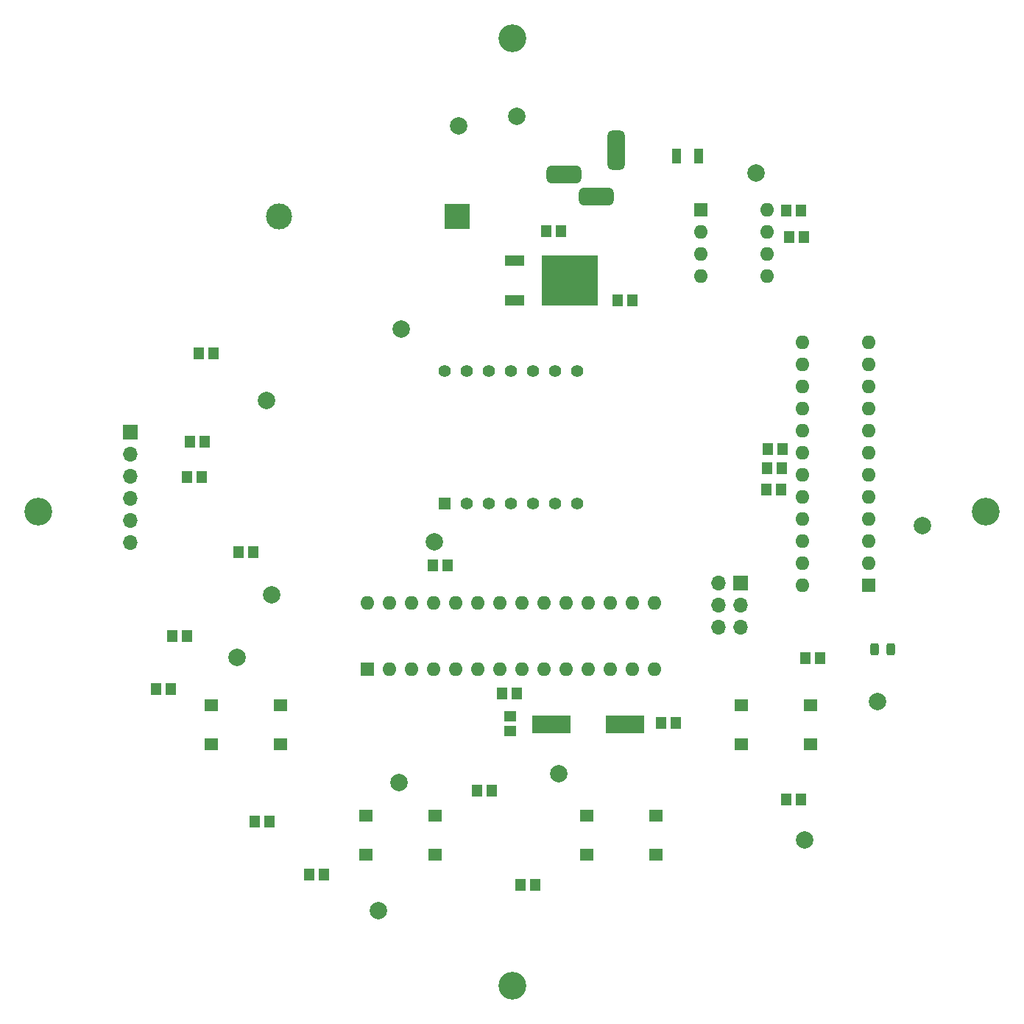
<source format=gbr>
%TF.GenerationSoftware,KiCad,Pcbnew,(6.0.5)*%
%TF.CreationDate,2022-07-23T15:35:45-04:00*%
%TF.ProjectId,circle_clock_design,63697263-6c65-45f6-936c-6f636b5f6465,rev?*%
%TF.SameCoordinates,PX56cacc8PY97b5f08*%
%TF.FileFunction,Soldermask,Top*%
%TF.FilePolarity,Negative*%
%FSLAX46Y46*%
G04 Gerber Fmt 4.6, Leading zero omitted, Abs format (unit mm)*
G04 Created by KiCad (PCBNEW (6.0.5)) date 2022-07-23 15:35:45*
%MOMM*%
%LPD*%
G01*
G04 APERTURE LIST*
G04 Aperture macros list*
%AMRoundRect*
0 Rectangle with rounded corners*
0 $1 Rounding radius*
0 $2 $3 $4 $5 $6 $7 $8 $9 X,Y pos of 4 corners*
0 Add a 4 corners polygon primitive as box body*
4,1,4,$2,$3,$4,$5,$6,$7,$8,$9,$2,$3,0*
0 Add four circle primitives for the rounded corners*
1,1,$1+$1,$2,$3*
1,1,$1+$1,$4,$5*
1,1,$1+$1,$6,$7*
1,1,$1+$1,$8,$9*
0 Add four rect primitives between the rounded corners*
20,1,$1+$1,$2,$3,$4,$5,0*
20,1,$1+$1,$4,$5,$6,$7,0*
20,1,$1+$1,$6,$7,$8,$9,0*
20,1,$1+$1,$8,$9,$2,$3,0*%
G04 Aperture macros list end*
%ADD10R,1.700000X1.700000*%
%ADD11O,1.700000X1.700000*%
%ADD12R,1.150000X1.400000*%
%ADD13C,3.200000*%
%ADD14C,2.000000*%
%ADD15R,1.600000X1.600000*%
%ADD16O,1.600000X1.600000*%
%ADD17R,1.600000X1.400000*%
%ADD18R,1.000000X1.800000*%
%ADD19R,4.500000X2.000000*%
%ADD20RoundRect,0.243750X-0.243750X-0.456250X0.243750X-0.456250X0.243750X0.456250X-0.243750X0.456250X0*%
%ADD21RoundRect,0.500000X0.500000X-1.750000X0.500000X1.750000X-0.500000X1.750000X-0.500000X-1.750000X0*%
%ADD22RoundRect,0.500000X1.500000X0.500000X-1.500000X0.500000X-1.500000X-0.500000X1.500000X-0.500000X0*%
%ADD23R,1.400000X1.150000*%
%ADD24R,2.200000X1.200000*%
%ADD25R,6.400000X5.800000*%
%ADD26R,1.400000X1.400000*%
%ADD27C,1.400000*%
%ADD28R,3.000000X3.000000*%
%ADD29C,3.000000*%
G04 APERTURE END LIST*
D10*
%TO.C,J3*%
X85267800Y50876200D03*
D11*
X82727800Y50876200D03*
X85267800Y48336200D03*
X82727800Y48336200D03*
X85267800Y45796200D03*
X82727800Y45796200D03*
%TD*%
D12*
%TO.C,R4*%
X90806800Y90703400D03*
X92506800Y90703400D03*
%TD*%
%TO.C,R2*%
X90488400Y93751400D03*
X92188400Y93751400D03*
%TD*%
%TO.C,C3*%
X57786800Y38227000D03*
X59486800Y38227000D03*
%TD*%
%TO.C,C2*%
X62866800Y91338400D03*
X64566800Y91338400D03*
%TD*%
D13*
%TO.C,H4*%
X4491800Y59080200D03*
%TD*%
D14*
%TO.C,TP14*%
X64389000Y28930600D03*
%TD*%
%TO.C,TP36*%
X92608400Y21310600D03*
%TD*%
D15*
%TO.C,U4*%
X80695800Y93792200D03*
D16*
X80695800Y91252200D03*
X80695800Y88712200D03*
X80695800Y86172200D03*
X88315800Y86172200D03*
X88315800Y88712200D03*
X88315800Y91252200D03*
X88315800Y93792200D03*
%TD*%
D17*
%TO.C,SW4*%
X85331800Y36870200D03*
X93331800Y36870200D03*
X85331800Y32370200D03*
X93331800Y32370200D03*
%TD*%
D12*
%TO.C,R11*%
X92711800Y42240200D03*
X94411800Y42240200D03*
%TD*%
D15*
%TO.C,U3*%
X42351800Y40980200D03*
D16*
X44891800Y40980200D03*
X47431800Y40980200D03*
X49971800Y40980200D03*
X52511800Y40980200D03*
X55051800Y40980200D03*
X57591800Y40980200D03*
X60131800Y40980200D03*
X62671800Y40980200D03*
X65211800Y40980200D03*
X67751800Y40980200D03*
X70291800Y40980200D03*
X72831800Y40980200D03*
X75371800Y40980200D03*
X75371800Y48600200D03*
X72831800Y48600200D03*
X70291800Y48600200D03*
X67751800Y48600200D03*
X65211800Y48600200D03*
X62671800Y48600200D03*
X60131800Y48600200D03*
X57591800Y48600200D03*
X55051800Y48600200D03*
X52511800Y48600200D03*
X49971800Y48600200D03*
X47431800Y48600200D03*
X44891800Y48600200D03*
X42351800Y48600200D03*
%TD*%
D12*
%TO.C,C6*%
X90004000Y64084200D03*
X88304000Y64084200D03*
%TD*%
D18*
%TO.C,Y2*%
X77921800Y100025200D03*
X80421800Y100025200D03*
%TD*%
D12*
%TO.C,C4*%
X51573800Y52908200D03*
X49873800Y52908200D03*
%TD*%
D14*
%TO.C,TP15*%
X100990400Y37236400D03*
%TD*%
D19*
%TO.C,Y1*%
X71991800Y34620200D03*
X63491800Y34620200D03*
%TD*%
D12*
%TO.C,R10*%
X59906800Y16205200D03*
X61606800Y16205200D03*
%TD*%
%TO.C,R7*%
X56653800Y27000200D03*
X54953800Y27000200D03*
%TD*%
D14*
%TO.C,TP21*%
X27330400Y42341800D03*
%TD*%
%TO.C,TP20*%
X31369000Y49555400D03*
%TD*%
%TO.C,TP10*%
X43637200Y13208000D03*
%TD*%
D20*
%TO.C,D1*%
X100664800Y43256200D03*
X102539800Y43256200D03*
%TD*%
D14*
%TO.C,TP8*%
X45974000Y27940000D03*
%TD*%
D17*
%TO.C,SW1*%
X24371800Y36870200D03*
X32371800Y36870200D03*
X24371800Y32370200D03*
X32371800Y32370200D03*
%TD*%
D12*
%TO.C,C11*%
X19901800Y44780200D03*
X21601800Y44780200D03*
%TD*%
D13*
%TO.C,H2*%
X113491800Y59080200D03*
%TD*%
D12*
%TO.C,C8*%
X37349800Y17348200D03*
X35649800Y17348200D03*
%TD*%
D17*
%TO.C,SW2*%
X42151800Y24170200D03*
X50151800Y24170200D03*
X42151800Y19670200D03*
X50151800Y19670200D03*
%TD*%
D13*
%TO.C,H3*%
X58991800Y4580200D03*
%TD*%
D17*
%TO.C,SW3*%
X67551800Y24170200D03*
X75551800Y24170200D03*
X67551800Y19670200D03*
X75551800Y19670200D03*
%TD*%
D21*
%TO.C,J1*%
X70931800Y100660200D03*
D22*
X68631800Y95360200D03*
X64931800Y97860200D03*
%TD*%
D14*
%TO.C,TP2*%
X106172000Y57531000D03*
%TD*%
D23*
%TO.C,C10*%
X58801000Y35560000D03*
X58801000Y33860000D03*
%TD*%
D13*
%TO.C,H1*%
X58991800Y113580200D03*
%TD*%
D14*
%TO.C,TP6*%
X87045800Y98069400D03*
%TD*%
D12*
%TO.C,C14*%
X24649800Y77292200D03*
X22949800Y77292200D03*
%TD*%
D14*
%TO.C,TP24*%
X52832000Y103454200D03*
%TD*%
D24*
%TO.C,U2*%
X59306800Y87960200D03*
D25*
X65606800Y85680200D03*
D24*
X59306800Y83400200D03*
%TD*%
D12*
%TO.C,R1*%
X88393800Y66319400D03*
X90093800Y66319400D03*
%TD*%
%TO.C,R3*%
X29387800Y23444200D03*
X31087800Y23444200D03*
%TD*%
%TO.C,R8*%
X23633800Y67132200D03*
X21933800Y67132200D03*
%TD*%
%TO.C,R6*%
X90513800Y25984200D03*
X92213800Y25984200D03*
%TD*%
D14*
%TO.C,TP34*%
X30734000Y71882000D03*
%TD*%
D12*
%TO.C,C1*%
X89927800Y61671200D03*
X88227800Y61671200D03*
%TD*%
D26*
%TO.C,DS1*%
X51231800Y60020200D03*
D27*
X53771800Y60020200D03*
X56311800Y60020200D03*
X58851800Y60020200D03*
X61391800Y60020200D03*
X63931800Y60020200D03*
X66471800Y60020200D03*
X66471800Y75260200D03*
X63931800Y75260200D03*
X61391800Y75260200D03*
X58851800Y75260200D03*
X56311800Y75260200D03*
X53771800Y75260200D03*
X51231800Y75260200D03*
%TD*%
D12*
%TO.C,C13*%
X18035800Y38684200D03*
X19735800Y38684200D03*
%TD*%
D14*
%TO.C,TP5*%
X59486800Y104597200D03*
%TD*%
D15*
%TO.C,U1*%
X99999800Y50617200D03*
D16*
X99999800Y53157200D03*
X99999800Y55697200D03*
X99999800Y58237200D03*
X99999800Y60777200D03*
X99999800Y63317200D03*
X99999800Y65857200D03*
X99999800Y68397200D03*
X99999800Y70937200D03*
X99999800Y73477200D03*
X99999800Y76017200D03*
X99999800Y78557200D03*
X92379800Y78557200D03*
X92379800Y76017200D03*
X92379800Y73477200D03*
X92379800Y70937200D03*
X92379800Y68397200D03*
X92379800Y65857200D03*
X92379800Y63317200D03*
X92379800Y60777200D03*
X92379800Y58237200D03*
X92379800Y55697200D03*
X92379800Y53157200D03*
X92379800Y50617200D03*
%TD*%
D12*
%TO.C,C12*%
X29221800Y54432200D03*
X27521800Y54432200D03*
%TD*%
D14*
%TO.C,TP25*%
X50063400Y55651400D03*
%TD*%
D12*
%TO.C,C5*%
X71133600Y83439000D03*
X72833600Y83439000D03*
%TD*%
D14*
%TO.C,TP33*%
X46228000Y80060800D03*
%TD*%
D12*
%TO.C,R9*%
X23291800Y63068200D03*
X21591800Y63068200D03*
%TD*%
%TO.C,C9*%
X76137400Y34798000D03*
X77837400Y34798000D03*
%TD*%
D28*
%TO.C,BT1*%
X52685486Y93040183D03*
D29*
X32195486Y93040183D03*
%TD*%
D10*
%TO.C,J2*%
X15036800Y68275200D03*
D11*
X15036800Y65735200D03*
X15036800Y63195200D03*
X15036800Y60655200D03*
X15036800Y58115200D03*
X15036800Y55575200D03*
%TD*%
M02*

</source>
